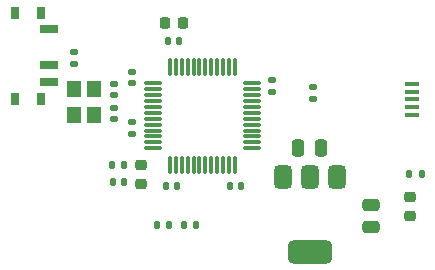
<source format=gbr>
%TF.GenerationSoftware,KiCad,Pcbnew,8.0.4*%
%TF.CreationDate,2024-08-10T16:36:54+03:00*%
%TF.ProjectId,KiCad_Course,4b694361-645f-4436-9f75-7273652e6b69,rev?*%
%TF.SameCoordinates,Original*%
%TF.FileFunction,Paste,Top*%
%TF.FilePolarity,Positive*%
%FSLAX46Y46*%
G04 Gerber Fmt 4.6, Leading zero omitted, Abs format (unit mm)*
G04 Created by KiCad (PCBNEW 8.0.4) date 2024-08-10 16:36:54*
%MOMM*%
%LPD*%
G01*
G04 APERTURE LIST*
G04 Aperture macros list*
%AMRoundRect*
0 Rectangle with rounded corners*
0 $1 Rounding radius*
0 $2 $3 $4 $5 $6 $7 $8 $9 X,Y pos of 4 corners*
0 Add a 4 corners polygon primitive as box body*
4,1,4,$2,$3,$4,$5,$6,$7,$8,$9,$2,$3,0*
0 Add four circle primitives for the rounded corners*
1,1,$1+$1,$2,$3*
1,1,$1+$1,$4,$5*
1,1,$1+$1,$6,$7*
1,1,$1+$1,$8,$9*
0 Add four rect primitives between the rounded corners*
20,1,$1+$1,$2,$3,$4,$5,0*
20,1,$1+$1,$4,$5,$6,$7,0*
20,1,$1+$1,$6,$7,$8,$9,0*
20,1,$1+$1,$8,$9,$2,$3,0*%
G04 Aperture macros list end*
%ADD10R,1.200000X1.400000*%
%ADD11RoundRect,0.140000X0.140000X0.170000X-0.140000X0.170000X-0.140000X-0.170000X0.140000X-0.170000X0*%
%ADD12RoundRect,0.075000X-0.662500X-0.075000X0.662500X-0.075000X0.662500X0.075000X-0.662500X0.075000X0*%
%ADD13RoundRect,0.075000X-0.075000X-0.662500X0.075000X-0.662500X0.075000X0.662500X-0.075000X0.662500X0*%
%ADD14RoundRect,0.225000X-0.225000X-0.250000X0.225000X-0.250000X0.225000X0.250000X-0.225000X0.250000X0*%
%ADD15RoundRect,0.135000X0.135000X0.185000X-0.135000X0.185000X-0.135000X-0.185000X0.135000X-0.185000X0*%
%ADD16RoundRect,0.140000X-0.140000X-0.170000X0.140000X-0.170000X0.140000X0.170000X-0.140000X0.170000X0*%
%ADD17RoundRect,0.140000X0.170000X-0.140000X0.170000X0.140000X-0.170000X0.140000X-0.170000X-0.140000X0*%
%ADD18RoundRect,0.250000X-0.250000X-0.475000X0.250000X-0.475000X0.250000X0.475000X-0.250000X0.475000X0*%
%ADD19R,0.800000X1.000000*%
%ADD20R,1.500000X0.700000*%
%ADD21RoundRect,0.135000X-0.135000X-0.185000X0.135000X-0.185000X0.135000X0.185000X-0.135000X0.185000X0*%
%ADD22RoundRect,0.135000X0.185000X-0.135000X0.185000X0.135000X-0.185000X0.135000X-0.185000X-0.135000X0*%
%ADD23RoundRect,0.218750X-0.256250X0.218750X-0.256250X-0.218750X0.256250X-0.218750X0.256250X0.218750X0*%
%ADD24RoundRect,0.140000X-0.170000X0.140000X-0.170000X-0.140000X0.170000X-0.140000X0.170000X0.140000X0*%
%ADD25RoundRect,0.135000X-0.185000X0.135000X-0.185000X-0.135000X0.185000X-0.135000X0.185000X0.135000X0*%
%ADD26RoundRect,0.250000X0.475000X-0.250000X0.475000X0.250000X-0.475000X0.250000X-0.475000X-0.250000X0*%
%ADD27R,1.300000X0.450000*%
%ADD28RoundRect,0.375000X-0.375000X0.625000X-0.375000X-0.625000X0.375000X-0.625000X0.375000X0.625000X0*%
%ADD29RoundRect,0.500000X-1.400000X0.500000X-1.400000X-0.500000X1.400000X-0.500000X1.400000X0.500000X0*%
G04 APERTURE END LIST*
D10*
%TO.C,Y1*%
X119000000Y-102430000D03*
X119000000Y-104630000D03*
X120700000Y-104630000D03*
X120700000Y-102430000D03*
%TD*%
D11*
%TO.C,C7*%
X123180000Y-108940000D03*
X122220000Y-108940000D03*
%TD*%
D12*
%TO.C,U2*%
X125687500Y-101987500D03*
X125687500Y-102487500D03*
X125687500Y-102987500D03*
X125687500Y-103487500D03*
X125687500Y-103987500D03*
X125687500Y-104487500D03*
X125687500Y-104987500D03*
X125687500Y-105487500D03*
X125687500Y-105987500D03*
X125687500Y-106487500D03*
X125687500Y-106987500D03*
X125687500Y-107487500D03*
D13*
X127100000Y-108900000D03*
X127600000Y-108900000D03*
X128100000Y-108900000D03*
X128600000Y-108900000D03*
X129100000Y-108900000D03*
X129600000Y-108900000D03*
X130100000Y-108900000D03*
X130600000Y-108900000D03*
X131100000Y-108900000D03*
X131600000Y-108900000D03*
X132100000Y-108900000D03*
X132600000Y-108900000D03*
D12*
X134012500Y-107487500D03*
X134012500Y-106987500D03*
X134012500Y-106487500D03*
X134012500Y-105987500D03*
X134012500Y-105487500D03*
X134012500Y-104987500D03*
X134012500Y-104487500D03*
X134012500Y-103987500D03*
X134012500Y-103487500D03*
X134012500Y-102987500D03*
X134012500Y-102487500D03*
X134012500Y-101987500D03*
D13*
X132600000Y-100575000D03*
X132100000Y-100575000D03*
X131600000Y-100575000D03*
X131100000Y-100575000D03*
X130600000Y-100575000D03*
X130100000Y-100575000D03*
X129600000Y-100575000D03*
X129100000Y-100575000D03*
X128600000Y-100575000D03*
X128100000Y-100575000D03*
X127600000Y-100575000D03*
X127100000Y-100575000D03*
%TD*%
D14*
%TO.C,C1*%
X126650000Y-96900000D03*
X128200000Y-96900000D03*
%TD*%
D11*
%TO.C,C8*%
X123200000Y-110350000D03*
X122240000Y-110350000D03*
%TD*%
D15*
%TO.C,R1*%
X148400000Y-109700000D03*
X147380000Y-109700000D03*
%TD*%
D16*
%TO.C,C5*%
X126900000Y-98400000D03*
X127860000Y-98400000D03*
%TD*%
D17*
%TO.C,C2*%
X123900000Y-101980000D03*
X123900000Y-101020000D03*
%TD*%
D18*
%TO.C,C9*%
X137950000Y-107450000D03*
X139850000Y-107450000D03*
%TD*%
D19*
%TO.C,SW1*%
X116200000Y-96000000D03*
X113990000Y-96000000D03*
X116200000Y-103300000D03*
X113990000Y-103300000D03*
D20*
X116850000Y-97400000D03*
X116850000Y-100400000D03*
X116850000Y-101900000D03*
%TD*%
D15*
%TO.C,R5*%
X129320000Y-114000000D03*
X128300000Y-114000000D03*
%TD*%
D21*
%TO.C,R4*%
X126000000Y-114000000D03*
X127020000Y-114000000D03*
%TD*%
D22*
%TO.C,R2*%
X119000000Y-100370000D03*
X119000000Y-99350000D03*
%TD*%
D23*
%TO.C,D1*%
X147400000Y-111650000D03*
X147400000Y-113225000D03*
%TD*%
%TO.C,FB1*%
X124650000Y-108912500D03*
X124650000Y-110487500D03*
%TD*%
D24*
%TO.C,C4*%
X135750000Y-101750000D03*
X135750000Y-102710000D03*
%TD*%
D25*
%TO.C,R3*%
X139250000Y-102330000D03*
X139250000Y-103350000D03*
%TD*%
D17*
%TO.C,C6*%
X123850000Y-106260000D03*
X123850000Y-105300000D03*
%TD*%
%TO.C,C12*%
X122400000Y-103010000D03*
X122400000Y-102050000D03*
%TD*%
D16*
%TO.C,C11*%
X126770000Y-110650000D03*
X127730000Y-110650000D03*
%TD*%
D26*
%TO.C,C10*%
X144100000Y-114150000D03*
X144100000Y-112250000D03*
%TD*%
D27*
%TO.C,J1*%
X147600000Y-104650000D03*
X147600000Y-104000000D03*
X147600000Y-103350000D03*
X147600000Y-102700000D03*
X147600000Y-102050000D03*
%TD*%
D11*
%TO.C,C3*%
X133110000Y-110650000D03*
X132150000Y-110650000D03*
%TD*%
D17*
%TO.C,C13*%
X122400000Y-105040000D03*
X122400000Y-104080000D03*
%TD*%
D28*
%TO.C,U1*%
X141250000Y-109950000D03*
X138950000Y-109950000D03*
D29*
X138950000Y-116250000D03*
D28*
X136650000Y-109950000D03*
%TD*%
M02*

</source>
